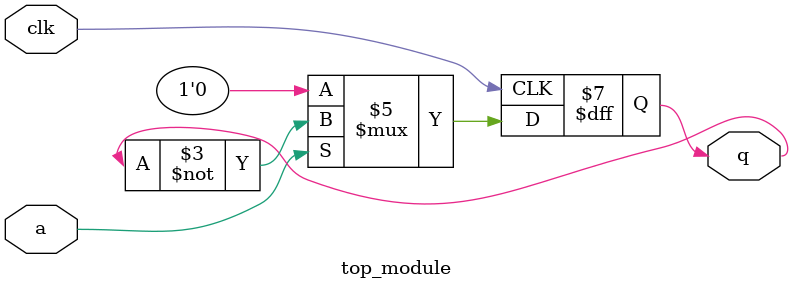
<source format=sv>
module top_module (
	input clk,
	input a, 
	output reg q
);

always @(posedge clk) begin
    if (a == 0) begin
        q <= 0;
    end else begin
        q <= ~q;
    end
end

endmodule

</source>
